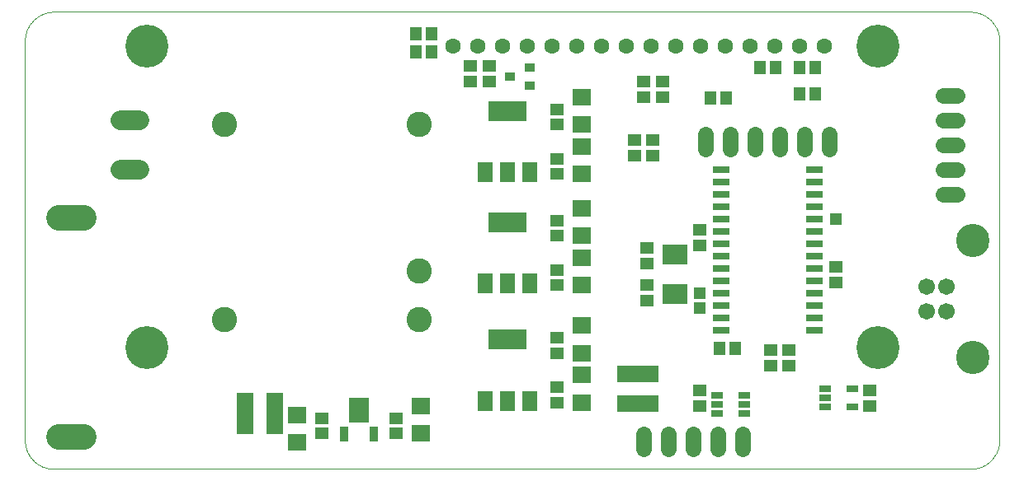
<source format=gts>
G75*
%MOIN*%
%OFA0B0*%
%FSLAX25Y25*%
%IPPOS*%
%LPD*%
%AMOC8*
5,1,8,0,0,1.08239X$1,22.5*
%
%ADD10C,0.00394*%
%ADD11C,0.06699*%
%ADD12C,0.13455*%
%ADD13R,0.05518X0.04731*%
%ADD14R,0.04731X0.05518*%
%ADD15C,0.06306*%
%ADD16R,0.09849X0.07880*%
%ADD17R,0.04731X0.02762*%
%ADD18C,0.06306*%
%ADD19C,0.17392*%
%ADD20R,0.07093X0.02959*%
%ADD21R,0.04337X0.03550*%
%ADD22C,0.10243*%
%ADD23R,0.08274X0.10046*%
%ADD24R,0.03550X0.05912*%
%ADD25R,0.06306X0.08274*%
%ADD26R,0.15361X0.08274*%
%ADD27R,0.06699X0.16935*%
%ADD28R,0.16935X0.06699*%
%ADD29R,0.07487X0.06699*%
%ADD30C,0.08077*%
%ADD31C,0.10400*%
%ADD32R,0.05124X0.05124*%
D10*
X0034249Y0022713D02*
X0404327Y0022713D01*
X0404612Y0022716D01*
X0404898Y0022727D01*
X0405183Y0022744D01*
X0405467Y0022768D01*
X0405751Y0022799D01*
X0406034Y0022837D01*
X0406315Y0022882D01*
X0406596Y0022933D01*
X0406876Y0022991D01*
X0407154Y0023056D01*
X0407430Y0023128D01*
X0407704Y0023206D01*
X0407977Y0023291D01*
X0408247Y0023383D01*
X0408515Y0023481D01*
X0408781Y0023585D01*
X0409044Y0023696D01*
X0409304Y0023813D01*
X0409562Y0023936D01*
X0409816Y0024066D01*
X0410067Y0024202D01*
X0410315Y0024343D01*
X0410559Y0024491D01*
X0410800Y0024644D01*
X0411036Y0024804D01*
X0411269Y0024969D01*
X0411498Y0025139D01*
X0411723Y0025315D01*
X0411943Y0025497D01*
X0412159Y0025683D01*
X0412370Y0025875D01*
X0412577Y0026072D01*
X0412779Y0026274D01*
X0412976Y0026481D01*
X0413168Y0026692D01*
X0413354Y0026908D01*
X0413536Y0027128D01*
X0413712Y0027353D01*
X0413882Y0027582D01*
X0414047Y0027815D01*
X0414207Y0028051D01*
X0414360Y0028292D01*
X0414508Y0028536D01*
X0414649Y0028784D01*
X0414785Y0029035D01*
X0414915Y0029289D01*
X0415038Y0029547D01*
X0415155Y0029807D01*
X0415266Y0030070D01*
X0415370Y0030336D01*
X0415468Y0030604D01*
X0415560Y0030874D01*
X0415645Y0031147D01*
X0415723Y0031421D01*
X0415795Y0031697D01*
X0415860Y0031975D01*
X0415918Y0032255D01*
X0415969Y0032536D01*
X0416014Y0032817D01*
X0416052Y0033100D01*
X0416083Y0033384D01*
X0416107Y0033668D01*
X0416124Y0033953D01*
X0416135Y0034239D01*
X0416138Y0034524D01*
X0416138Y0195941D01*
X0416135Y0196226D01*
X0416124Y0196512D01*
X0416107Y0196797D01*
X0416083Y0197081D01*
X0416052Y0197365D01*
X0416014Y0197648D01*
X0415969Y0197929D01*
X0415918Y0198210D01*
X0415860Y0198490D01*
X0415795Y0198768D01*
X0415723Y0199044D01*
X0415645Y0199318D01*
X0415560Y0199591D01*
X0415468Y0199861D01*
X0415370Y0200129D01*
X0415266Y0200395D01*
X0415155Y0200658D01*
X0415038Y0200918D01*
X0414915Y0201176D01*
X0414785Y0201430D01*
X0414649Y0201681D01*
X0414508Y0201929D01*
X0414360Y0202173D01*
X0414207Y0202414D01*
X0414047Y0202650D01*
X0413882Y0202883D01*
X0413712Y0203112D01*
X0413536Y0203337D01*
X0413354Y0203557D01*
X0413168Y0203773D01*
X0412976Y0203984D01*
X0412779Y0204191D01*
X0412577Y0204393D01*
X0412370Y0204590D01*
X0412159Y0204782D01*
X0411943Y0204968D01*
X0411723Y0205150D01*
X0411498Y0205326D01*
X0411269Y0205496D01*
X0411036Y0205661D01*
X0410800Y0205821D01*
X0410559Y0205974D01*
X0410315Y0206122D01*
X0410067Y0206263D01*
X0409816Y0206399D01*
X0409562Y0206529D01*
X0409304Y0206652D01*
X0409044Y0206769D01*
X0408781Y0206880D01*
X0408515Y0206984D01*
X0408247Y0207082D01*
X0407977Y0207174D01*
X0407704Y0207259D01*
X0407430Y0207337D01*
X0407154Y0207409D01*
X0406876Y0207474D01*
X0406596Y0207532D01*
X0406315Y0207583D01*
X0406034Y0207628D01*
X0405751Y0207666D01*
X0405467Y0207697D01*
X0405183Y0207721D01*
X0404898Y0207738D01*
X0404612Y0207749D01*
X0404327Y0207752D01*
X0034249Y0207752D01*
X0033964Y0207749D01*
X0033678Y0207738D01*
X0033393Y0207721D01*
X0033109Y0207697D01*
X0032825Y0207666D01*
X0032542Y0207628D01*
X0032261Y0207583D01*
X0031980Y0207532D01*
X0031700Y0207474D01*
X0031422Y0207409D01*
X0031146Y0207337D01*
X0030872Y0207259D01*
X0030599Y0207174D01*
X0030329Y0207082D01*
X0030061Y0206984D01*
X0029795Y0206880D01*
X0029532Y0206769D01*
X0029272Y0206652D01*
X0029014Y0206529D01*
X0028760Y0206399D01*
X0028509Y0206263D01*
X0028261Y0206122D01*
X0028017Y0205974D01*
X0027776Y0205821D01*
X0027540Y0205661D01*
X0027307Y0205496D01*
X0027078Y0205326D01*
X0026853Y0205150D01*
X0026633Y0204968D01*
X0026417Y0204782D01*
X0026206Y0204590D01*
X0025999Y0204393D01*
X0025797Y0204191D01*
X0025600Y0203984D01*
X0025408Y0203773D01*
X0025222Y0203557D01*
X0025040Y0203337D01*
X0024864Y0203112D01*
X0024694Y0202883D01*
X0024529Y0202650D01*
X0024369Y0202414D01*
X0024216Y0202173D01*
X0024068Y0201929D01*
X0023927Y0201681D01*
X0023791Y0201430D01*
X0023661Y0201176D01*
X0023538Y0200918D01*
X0023421Y0200658D01*
X0023310Y0200395D01*
X0023206Y0200129D01*
X0023108Y0199861D01*
X0023016Y0199591D01*
X0022931Y0199318D01*
X0022853Y0199044D01*
X0022781Y0198768D01*
X0022716Y0198490D01*
X0022658Y0198210D01*
X0022607Y0197929D01*
X0022562Y0197648D01*
X0022524Y0197365D01*
X0022493Y0197081D01*
X0022469Y0196797D01*
X0022452Y0196512D01*
X0022441Y0196226D01*
X0022438Y0195941D01*
X0022438Y0034524D01*
X0022441Y0034239D01*
X0022452Y0033953D01*
X0022469Y0033668D01*
X0022493Y0033384D01*
X0022524Y0033100D01*
X0022562Y0032817D01*
X0022607Y0032536D01*
X0022658Y0032255D01*
X0022716Y0031975D01*
X0022781Y0031697D01*
X0022853Y0031421D01*
X0022931Y0031147D01*
X0023016Y0030874D01*
X0023108Y0030604D01*
X0023206Y0030336D01*
X0023310Y0030070D01*
X0023421Y0029807D01*
X0023538Y0029547D01*
X0023661Y0029289D01*
X0023791Y0029035D01*
X0023927Y0028784D01*
X0024068Y0028536D01*
X0024216Y0028292D01*
X0024369Y0028051D01*
X0024529Y0027815D01*
X0024694Y0027582D01*
X0024864Y0027353D01*
X0025040Y0027128D01*
X0025222Y0026908D01*
X0025408Y0026692D01*
X0025600Y0026481D01*
X0025797Y0026274D01*
X0025999Y0026072D01*
X0026206Y0025875D01*
X0026417Y0025683D01*
X0026633Y0025497D01*
X0026853Y0025315D01*
X0027078Y0025139D01*
X0027307Y0024969D01*
X0027540Y0024804D01*
X0027776Y0024644D01*
X0028017Y0024491D01*
X0028261Y0024343D01*
X0028509Y0024202D01*
X0028760Y0024066D01*
X0029014Y0023936D01*
X0029272Y0023813D01*
X0029532Y0023696D01*
X0029795Y0023585D01*
X0030061Y0023481D01*
X0030329Y0023383D01*
X0030599Y0023291D01*
X0030872Y0023206D01*
X0031146Y0023128D01*
X0031422Y0023056D01*
X0031700Y0022991D01*
X0031980Y0022933D01*
X0032261Y0022882D01*
X0032542Y0022837D01*
X0032825Y0022799D01*
X0033109Y0022768D01*
X0033393Y0022744D01*
X0033678Y0022727D01*
X0033964Y0022716D01*
X0034249Y0022713D01*
D11*
X0386768Y0086689D03*
X0394642Y0086689D03*
X0394642Y0096531D03*
X0386768Y0096531D03*
D12*
X0405312Y0115311D03*
X0405312Y0067909D03*
D13*
X0363688Y0054612D03*
X0363688Y0048313D03*
X0331188Y0064563D03*
X0323688Y0064563D03*
X0323688Y0070862D03*
X0331188Y0070862D03*
X0294938Y0054612D03*
X0294938Y0048313D03*
X0237438Y0049563D03*
X0237438Y0055862D03*
X0237438Y0069563D03*
X0237438Y0075862D03*
X0273688Y0090813D03*
X0273688Y0097112D03*
X0273688Y0105813D03*
X0273688Y0112112D03*
X0294938Y0113313D03*
X0294938Y0119612D03*
X0349938Y0104612D03*
X0349938Y0098313D03*
X0276188Y0149563D03*
X0268688Y0149563D03*
X0268688Y0155862D03*
X0276188Y0155862D03*
X0279938Y0173313D03*
X0272438Y0173313D03*
X0272438Y0179612D03*
X0279938Y0179612D03*
X0237438Y0168362D03*
X0237438Y0162063D03*
X0237438Y0148362D03*
X0237438Y0142063D03*
X0237438Y0123362D03*
X0237438Y0117063D03*
X0237438Y0103362D03*
X0237438Y0097063D03*
X0172438Y0043362D03*
X0172438Y0037063D03*
X0142438Y0037063D03*
X0142438Y0043362D03*
X0202438Y0179563D03*
X0209938Y0179563D03*
X0209938Y0185862D03*
X0202438Y0185862D03*
D14*
X0186837Y0191463D03*
X0180538Y0191463D03*
X0180538Y0198963D03*
X0186837Y0198963D03*
X0299288Y0172713D03*
X0305587Y0172713D03*
X0319288Y0185213D03*
X0325587Y0185213D03*
X0335538Y0185213D03*
X0341837Y0185213D03*
X0341798Y0174474D03*
X0335499Y0174474D03*
X0309337Y0071463D03*
X0303038Y0071463D03*
D15*
X0302438Y0036915D02*
X0302438Y0031010D01*
X0312438Y0031010D02*
X0312438Y0036915D01*
X0292438Y0036915D02*
X0292438Y0031010D01*
X0282438Y0031010D02*
X0282438Y0036915D01*
X0272438Y0036915D02*
X0272438Y0031010D01*
X0393235Y0133963D02*
X0399140Y0133963D01*
X0399140Y0143963D02*
X0393235Y0143963D01*
X0393235Y0153963D02*
X0399140Y0153963D01*
X0399140Y0163963D02*
X0393235Y0163963D01*
X0393235Y0173963D02*
X0399140Y0173963D01*
X0347438Y0158165D02*
X0347438Y0152260D01*
X0337438Y0152260D02*
X0337438Y0158165D01*
X0327438Y0158165D02*
X0327438Y0152260D01*
X0317438Y0152260D02*
X0317438Y0158165D01*
X0307438Y0158165D02*
X0307438Y0152260D01*
X0297438Y0152260D02*
X0297438Y0158165D01*
D16*
X0284938Y0109533D03*
X0284938Y0093392D03*
D17*
X0345676Y0055203D03*
X0345676Y0051463D03*
X0345676Y0047722D03*
X0356699Y0047722D03*
X0356699Y0055203D03*
X0312949Y0052703D03*
X0312949Y0048963D03*
X0312949Y0045222D03*
X0301926Y0045222D03*
X0301926Y0048963D03*
X0301926Y0052703D03*
D18*
X0305272Y0193972D03*
X0295272Y0193972D03*
X0285272Y0193972D03*
X0275272Y0193972D03*
X0265272Y0193972D03*
X0255272Y0193972D03*
X0245272Y0193972D03*
X0235272Y0193972D03*
X0225272Y0193972D03*
X0215272Y0193972D03*
X0205272Y0193972D03*
X0195272Y0193972D03*
X0315272Y0193972D03*
X0325272Y0193972D03*
X0335272Y0193972D03*
X0345272Y0193972D03*
D19*
X0366926Y0193972D03*
X0366926Y0071925D03*
X0071650Y0071925D03*
X0071650Y0193972D03*
D20*
X0303619Y0143963D03*
X0303619Y0138963D03*
X0303619Y0133963D03*
X0303619Y0128963D03*
X0303619Y0123963D03*
X0303619Y0118963D03*
X0303619Y0113963D03*
X0303619Y0108963D03*
X0303619Y0103963D03*
X0303619Y0098963D03*
X0303619Y0093963D03*
X0303619Y0088963D03*
X0303619Y0083963D03*
X0303619Y0078963D03*
X0341257Y0078963D03*
X0341257Y0083963D03*
X0341257Y0088963D03*
X0341257Y0093963D03*
X0341257Y0098963D03*
X0341257Y0103963D03*
X0341257Y0108963D03*
X0341257Y0113963D03*
X0341257Y0118963D03*
X0341257Y0123963D03*
X0341257Y0128963D03*
X0341257Y0133963D03*
X0341257Y0138963D03*
X0341257Y0143963D03*
D21*
X0226375Y0177722D03*
X0218501Y0181463D03*
X0226375Y0185203D03*
D22*
X0181808Y0162083D03*
X0103068Y0162083D03*
X0181808Y0103028D03*
X0181808Y0083343D03*
X0103068Y0083343D03*
D23*
X0157438Y0046453D03*
D24*
X0163339Y0036882D03*
X0151536Y0036882D03*
D25*
X0208383Y0050311D03*
X0217438Y0050311D03*
X0226493Y0050311D03*
X0226493Y0097811D03*
X0217438Y0097811D03*
X0208383Y0097811D03*
X0208383Y0142811D03*
X0217438Y0142811D03*
X0226493Y0142811D03*
D26*
X0217438Y0122614D03*
X0217438Y0167614D03*
X0217438Y0075114D03*
D27*
X0123343Y0045213D03*
X0111532Y0045213D03*
D28*
X0269938Y0049307D03*
X0269938Y0061118D03*
D29*
X0247438Y0060724D03*
X0247438Y0069701D03*
X0247438Y0080724D03*
X0247438Y0097201D03*
X0247438Y0108224D03*
X0247438Y0117201D03*
X0247438Y0128224D03*
X0247438Y0142201D03*
X0247438Y0153224D03*
X0247438Y0162201D03*
X0247438Y0173224D03*
X0247438Y0049701D03*
X0182438Y0048224D03*
X0182438Y0037201D03*
X0132438Y0033451D03*
X0132438Y0044474D03*
D30*
X0068776Y0143963D02*
X0061099Y0143963D01*
X0061099Y0163963D02*
X0068776Y0163963D01*
D31*
X0046188Y0124513D02*
X0036188Y0124513D01*
X0036188Y0035913D02*
X0046188Y0035913D01*
D32*
X0294938Y0087713D03*
X0294938Y0093963D03*
X0349938Y0123963D03*
M02*

</source>
